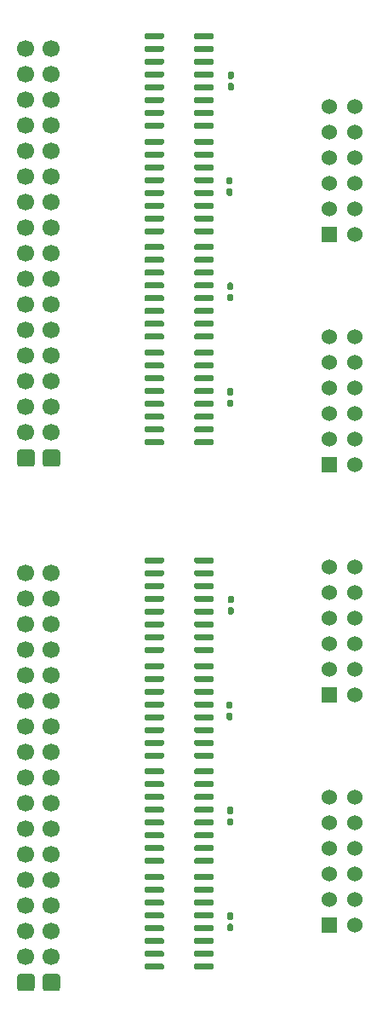
<source format=gbr>
%TF.GenerationSoftware,KiCad,Pcbnew,9.0.0-9.0.0-2~ubuntu24.04.1*%
%TF.CreationDate,2025-03-20T00:33:01-04:00*%
%TF.ProjectId,LVDS-PMOD,4c564453-2d50-44d4-9f44-2e6b69636164,1*%
%TF.SameCoordinates,Original*%
%TF.FileFunction,Soldermask,Top*%
%TF.FilePolarity,Negative*%
%FSLAX46Y46*%
G04 Gerber Fmt 4.6, Leading zero omitted, Abs format (unit mm)*
G04 Created by KiCad (PCBNEW 9.0.0-9.0.0-2~ubuntu24.04.1) date 2025-03-20 00:33:01*
%MOMM*%
%LPD*%
G01*
G04 APERTURE LIST*
%ADD10C,1.700000*%
%ADD11C,1.524000*%
%ADD12R,1.524000X1.524000*%
G04 APERTURE END LIST*
%TO.C,U5*%
G36*
G01*
X54809500Y-91589000D02*
X54809500Y-91289000D01*
G75*
G02*
X54959500Y-91139000I150000J0D01*
G01*
X56609500Y-91139000D01*
G75*
G02*
X56759500Y-91289000I0J-150000D01*
G01*
X56759500Y-91589000D01*
G75*
G02*
X56609500Y-91739000I-150000J0D01*
G01*
X54959500Y-91739000D01*
G75*
G02*
X54809500Y-91589000I0J150000D01*
G01*
G37*
G36*
G01*
X54809500Y-92859000D02*
X54809500Y-92559000D01*
G75*
G02*
X54959500Y-92409000I150000J0D01*
G01*
X56609500Y-92409000D01*
G75*
G02*
X56759500Y-92559000I0J-150000D01*
G01*
X56759500Y-92859000D01*
G75*
G02*
X56609500Y-93009000I-150000J0D01*
G01*
X54959500Y-93009000D01*
G75*
G02*
X54809500Y-92859000I0J150000D01*
G01*
G37*
G36*
G01*
X54809500Y-94129000D02*
X54809500Y-93829000D01*
G75*
G02*
X54959500Y-93679000I150000J0D01*
G01*
X56609500Y-93679000D01*
G75*
G02*
X56759500Y-93829000I0J-150000D01*
G01*
X56759500Y-94129000D01*
G75*
G02*
X56609500Y-94279000I-150000J0D01*
G01*
X54959500Y-94279000D01*
G75*
G02*
X54809500Y-94129000I0J150000D01*
G01*
G37*
G36*
G01*
X54809500Y-95399000D02*
X54809500Y-95099000D01*
G75*
G02*
X54959500Y-94949000I150000J0D01*
G01*
X56609500Y-94949000D01*
G75*
G02*
X56759500Y-95099000I0J-150000D01*
G01*
X56759500Y-95399000D01*
G75*
G02*
X56609500Y-95549000I-150000J0D01*
G01*
X54959500Y-95549000D01*
G75*
G02*
X54809500Y-95399000I0J150000D01*
G01*
G37*
G36*
G01*
X54809500Y-96669000D02*
X54809500Y-96369000D01*
G75*
G02*
X54959500Y-96219000I150000J0D01*
G01*
X56609500Y-96219000D01*
G75*
G02*
X56759500Y-96369000I0J-150000D01*
G01*
X56759500Y-96669000D01*
G75*
G02*
X56609500Y-96819000I-150000J0D01*
G01*
X54959500Y-96819000D01*
G75*
G02*
X54809500Y-96669000I0J150000D01*
G01*
G37*
G36*
G01*
X54809500Y-97939000D02*
X54809500Y-97639000D01*
G75*
G02*
X54959500Y-97489000I150000J0D01*
G01*
X56609500Y-97489000D01*
G75*
G02*
X56759500Y-97639000I0J-150000D01*
G01*
X56759500Y-97939000D01*
G75*
G02*
X56609500Y-98089000I-150000J0D01*
G01*
X54959500Y-98089000D01*
G75*
G02*
X54809500Y-97939000I0J150000D01*
G01*
G37*
G36*
G01*
X54809500Y-99209000D02*
X54809500Y-98909000D01*
G75*
G02*
X54959500Y-98759000I150000J0D01*
G01*
X56609500Y-98759000D01*
G75*
G02*
X56759500Y-98909000I0J-150000D01*
G01*
X56759500Y-99209000D01*
G75*
G02*
X56609500Y-99359000I-150000J0D01*
G01*
X54959500Y-99359000D01*
G75*
G02*
X54809500Y-99209000I0J150000D01*
G01*
G37*
G36*
G01*
X54809500Y-100479000D02*
X54809500Y-100179000D01*
G75*
G02*
X54959500Y-100029000I150000J0D01*
G01*
X56609500Y-100029000D01*
G75*
G02*
X56759500Y-100179000I0J-150000D01*
G01*
X56759500Y-100479000D01*
G75*
G02*
X56609500Y-100629000I-150000J0D01*
G01*
X54959500Y-100629000D01*
G75*
G02*
X54809500Y-100479000I0J150000D01*
G01*
G37*
G36*
G01*
X49859500Y-100479000D02*
X49859500Y-100179000D01*
G75*
G02*
X50009500Y-100029000I150000J0D01*
G01*
X51659500Y-100029000D01*
G75*
G02*
X51809500Y-100179000I0J-150000D01*
G01*
X51809500Y-100479000D01*
G75*
G02*
X51659500Y-100629000I-150000J0D01*
G01*
X50009500Y-100629000D01*
G75*
G02*
X49859500Y-100479000I0J150000D01*
G01*
G37*
G36*
G01*
X49859500Y-99209000D02*
X49859500Y-98909000D01*
G75*
G02*
X50009500Y-98759000I150000J0D01*
G01*
X51659500Y-98759000D01*
G75*
G02*
X51809500Y-98909000I0J-150000D01*
G01*
X51809500Y-99209000D01*
G75*
G02*
X51659500Y-99359000I-150000J0D01*
G01*
X50009500Y-99359000D01*
G75*
G02*
X49859500Y-99209000I0J150000D01*
G01*
G37*
G36*
G01*
X49859500Y-97939000D02*
X49859500Y-97639000D01*
G75*
G02*
X50009500Y-97489000I150000J0D01*
G01*
X51659500Y-97489000D01*
G75*
G02*
X51809500Y-97639000I0J-150000D01*
G01*
X51809500Y-97939000D01*
G75*
G02*
X51659500Y-98089000I-150000J0D01*
G01*
X50009500Y-98089000D01*
G75*
G02*
X49859500Y-97939000I0J150000D01*
G01*
G37*
G36*
G01*
X49859500Y-96669000D02*
X49859500Y-96369000D01*
G75*
G02*
X50009500Y-96219000I150000J0D01*
G01*
X51659500Y-96219000D01*
G75*
G02*
X51809500Y-96369000I0J-150000D01*
G01*
X51809500Y-96669000D01*
G75*
G02*
X51659500Y-96819000I-150000J0D01*
G01*
X50009500Y-96819000D01*
G75*
G02*
X49859500Y-96669000I0J150000D01*
G01*
G37*
G36*
G01*
X49859500Y-95399000D02*
X49859500Y-95099000D01*
G75*
G02*
X50009500Y-94949000I150000J0D01*
G01*
X51659500Y-94949000D01*
G75*
G02*
X51809500Y-95099000I0J-150000D01*
G01*
X51809500Y-95399000D01*
G75*
G02*
X51659500Y-95549000I-150000J0D01*
G01*
X50009500Y-95549000D01*
G75*
G02*
X49859500Y-95399000I0J150000D01*
G01*
G37*
G36*
G01*
X49859500Y-94129000D02*
X49859500Y-93829000D01*
G75*
G02*
X50009500Y-93679000I150000J0D01*
G01*
X51659500Y-93679000D01*
G75*
G02*
X51809500Y-93829000I0J-150000D01*
G01*
X51809500Y-94129000D01*
G75*
G02*
X51659500Y-94279000I-150000J0D01*
G01*
X50009500Y-94279000D01*
G75*
G02*
X49859500Y-94129000I0J150000D01*
G01*
G37*
G36*
G01*
X49859500Y-92859000D02*
X49859500Y-92559000D01*
G75*
G02*
X50009500Y-92409000I150000J0D01*
G01*
X51659500Y-92409000D01*
G75*
G02*
X51809500Y-92559000I0J-150000D01*
G01*
X51809500Y-92859000D01*
G75*
G02*
X51659500Y-93009000I-150000J0D01*
G01*
X50009500Y-93009000D01*
G75*
G02*
X49859500Y-92859000I0J150000D01*
G01*
G37*
G36*
G01*
X49859500Y-91589000D02*
X49859500Y-91289000D01*
G75*
G02*
X50009500Y-91139000I150000J0D01*
G01*
X51659500Y-91139000D01*
G75*
G02*
X51809500Y-91289000I0J-150000D01*
G01*
X51809500Y-91589000D01*
G75*
G02*
X51659500Y-91739000I-150000J0D01*
G01*
X50009500Y-91739000D01*
G75*
G02*
X49859500Y-91589000I0J150000D01*
G01*
G37*
%TD*%
%TO.C,U8*%
G36*
G01*
X54809500Y-123021500D02*
X54809500Y-122721500D01*
G75*
G02*
X54959500Y-122571500I150000J0D01*
G01*
X56609500Y-122571500D01*
G75*
G02*
X56759500Y-122721500I0J-150000D01*
G01*
X56759500Y-123021500D01*
G75*
G02*
X56609500Y-123171500I-150000J0D01*
G01*
X54959500Y-123171500D01*
G75*
G02*
X54809500Y-123021500I0J150000D01*
G01*
G37*
G36*
G01*
X54809500Y-124291500D02*
X54809500Y-123991500D01*
G75*
G02*
X54959500Y-123841500I150000J0D01*
G01*
X56609500Y-123841500D01*
G75*
G02*
X56759500Y-123991500I0J-150000D01*
G01*
X56759500Y-124291500D01*
G75*
G02*
X56609500Y-124441500I-150000J0D01*
G01*
X54959500Y-124441500D01*
G75*
G02*
X54809500Y-124291500I0J150000D01*
G01*
G37*
G36*
G01*
X54809500Y-125561500D02*
X54809500Y-125261500D01*
G75*
G02*
X54959500Y-125111500I150000J0D01*
G01*
X56609500Y-125111500D01*
G75*
G02*
X56759500Y-125261500I0J-150000D01*
G01*
X56759500Y-125561500D01*
G75*
G02*
X56609500Y-125711500I-150000J0D01*
G01*
X54959500Y-125711500D01*
G75*
G02*
X54809500Y-125561500I0J150000D01*
G01*
G37*
G36*
G01*
X54809500Y-126831500D02*
X54809500Y-126531500D01*
G75*
G02*
X54959500Y-126381500I150000J0D01*
G01*
X56609500Y-126381500D01*
G75*
G02*
X56759500Y-126531500I0J-150000D01*
G01*
X56759500Y-126831500D01*
G75*
G02*
X56609500Y-126981500I-150000J0D01*
G01*
X54959500Y-126981500D01*
G75*
G02*
X54809500Y-126831500I0J150000D01*
G01*
G37*
G36*
G01*
X54809500Y-128101500D02*
X54809500Y-127801500D01*
G75*
G02*
X54959500Y-127651500I150000J0D01*
G01*
X56609500Y-127651500D01*
G75*
G02*
X56759500Y-127801500I0J-150000D01*
G01*
X56759500Y-128101500D01*
G75*
G02*
X56609500Y-128251500I-150000J0D01*
G01*
X54959500Y-128251500D01*
G75*
G02*
X54809500Y-128101500I0J150000D01*
G01*
G37*
G36*
G01*
X54809500Y-129371500D02*
X54809500Y-129071500D01*
G75*
G02*
X54959500Y-128921500I150000J0D01*
G01*
X56609500Y-128921500D01*
G75*
G02*
X56759500Y-129071500I0J-150000D01*
G01*
X56759500Y-129371500D01*
G75*
G02*
X56609500Y-129521500I-150000J0D01*
G01*
X54959500Y-129521500D01*
G75*
G02*
X54809500Y-129371500I0J150000D01*
G01*
G37*
G36*
G01*
X54809500Y-130641500D02*
X54809500Y-130341500D01*
G75*
G02*
X54959500Y-130191500I150000J0D01*
G01*
X56609500Y-130191500D01*
G75*
G02*
X56759500Y-130341500I0J-150000D01*
G01*
X56759500Y-130641500D01*
G75*
G02*
X56609500Y-130791500I-150000J0D01*
G01*
X54959500Y-130791500D01*
G75*
G02*
X54809500Y-130641500I0J150000D01*
G01*
G37*
G36*
G01*
X54809500Y-131911500D02*
X54809500Y-131611500D01*
G75*
G02*
X54959500Y-131461500I150000J0D01*
G01*
X56609500Y-131461500D01*
G75*
G02*
X56759500Y-131611500I0J-150000D01*
G01*
X56759500Y-131911500D01*
G75*
G02*
X56609500Y-132061500I-150000J0D01*
G01*
X54959500Y-132061500D01*
G75*
G02*
X54809500Y-131911500I0J150000D01*
G01*
G37*
G36*
G01*
X49859500Y-131911500D02*
X49859500Y-131611500D01*
G75*
G02*
X50009500Y-131461500I150000J0D01*
G01*
X51659500Y-131461500D01*
G75*
G02*
X51809500Y-131611500I0J-150000D01*
G01*
X51809500Y-131911500D01*
G75*
G02*
X51659500Y-132061500I-150000J0D01*
G01*
X50009500Y-132061500D01*
G75*
G02*
X49859500Y-131911500I0J150000D01*
G01*
G37*
G36*
G01*
X49859500Y-130641500D02*
X49859500Y-130341500D01*
G75*
G02*
X50009500Y-130191500I150000J0D01*
G01*
X51659500Y-130191500D01*
G75*
G02*
X51809500Y-130341500I0J-150000D01*
G01*
X51809500Y-130641500D01*
G75*
G02*
X51659500Y-130791500I-150000J0D01*
G01*
X50009500Y-130791500D01*
G75*
G02*
X49859500Y-130641500I0J150000D01*
G01*
G37*
G36*
G01*
X49859500Y-129371500D02*
X49859500Y-129071500D01*
G75*
G02*
X50009500Y-128921500I150000J0D01*
G01*
X51659500Y-128921500D01*
G75*
G02*
X51809500Y-129071500I0J-150000D01*
G01*
X51809500Y-129371500D01*
G75*
G02*
X51659500Y-129521500I-150000J0D01*
G01*
X50009500Y-129521500D01*
G75*
G02*
X49859500Y-129371500I0J150000D01*
G01*
G37*
G36*
G01*
X49859500Y-128101500D02*
X49859500Y-127801500D01*
G75*
G02*
X50009500Y-127651500I150000J0D01*
G01*
X51659500Y-127651500D01*
G75*
G02*
X51809500Y-127801500I0J-150000D01*
G01*
X51809500Y-128101500D01*
G75*
G02*
X51659500Y-128251500I-150000J0D01*
G01*
X50009500Y-128251500D01*
G75*
G02*
X49859500Y-128101500I0J150000D01*
G01*
G37*
G36*
G01*
X49859500Y-126831500D02*
X49859500Y-126531500D01*
G75*
G02*
X50009500Y-126381500I150000J0D01*
G01*
X51659500Y-126381500D01*
G75*
G02*
X51809500Y-126531500I0J-150000D01*
G01*
X51809500Y-126831500D01*
G75*
G02*
X51659500Y-126981500I-150000J0D01*
G01*
X50009500Y-126981500D01*
G75*
G02*
X49859500Y-126831500I0J150000D01*
G01*
G37*
G36*
G01*
X49859500Y-125561500D02*
X49859500Y-125261500D01*
G75*
G02*
X50009500Y-125111500I150000J0D01*
G01*
X51659500Y-125111500D01*
G75*
G02*
X51809500Y-125261500I0J-150000D01*
G01*
X51809500Y-125561500D01*
G75*
G02*
X51659500Y-125711500I-150000J0D01*
G01*
X50009500Y-125711500D01*
G75*
G02*
X49859500Y-125561500I0J150000D01*
G01*
G37*
G36*
G01*
X49859500Y-124291500D02*
X49859500Y-123991500D01*
G75*
G02*
X50009500Y-123841500I150000J0D01*
G01*
X51659500Y-123841500D01*
G75*
G02*
X51809500Y-123991500I0J-150000D01*
G01*
X51809500Y-124291500D01*
G75*
G02*
X51659500Y-124441500I-150000J0D01*
G01*
X50009500Y-124441500D01*
G75*
G02*
X49859500Y-124291500I0J150000D01*
G01*
G37*
G36*
G01*
X49859500Y-123021500D02*
X49859500Y-122721500D01*
G75*
G02*
X50009500Y-122571500I150000J0D01*
G01*
X51659500Y-122571500D01*
G75*
G02*
X51809500Y-122721500I0J-150000D01*
G01*
X51809500Y-123021500D01*
G75*
G02*
X51659500Y-123171500I-150000J0D01*
G01*
X50009500Y-123171500D01*
G75*
G02*
X49859500Y-123021500I0J150000D01*
G01*
G37*
%TD*%
D10*
%TO.C,J2*%
X40609500Y-92709000D03*
X40609500Y-95249000D03*
X40609500Y-97789000D03*
X40609500Y-100329000D03*
X40609500Y-102869000D03*
X40609500Y-105409000D03*
X40609500Y-107949000D03*
X40609500Y-110489000D03*
X40609500Y-113029000D03*
X40609500Y-115569000D03*
X40609500Y-118109000D03*
X40609500Y-120649000D03*
X40609500Y-123189000D03*
X40609500Y-125729000D03*
X40609500Y-128269000D03*
X40609500Y-130809000D03*
G36*
G01*
X39759500Y-133949000D02*
X39759500Y-132749000D01*
G75*
G02*
X40009500Y-132499000I250000J0D01*
G01*
X41209500Y-132499000D01*
G75*
G02*
X41459500Y-132749000I0J-250000D01*
G01*
X41459500Y-133949000D01*
G75*
G02*
X41209500Y-134199000I-250000J0D01*
G01*
X40009500Y-134199000D01*
G75*
G02*
X39759500Y-133949000I0J250000D01*
G01*
G37*
G36*
G01*
X37219500Y-133949000D02*
X37219500Y-132749000D01*
G75*
G02*
X37469500Y-132499000I250000J0D01*
G01*
X38669500Y-132499000D01*
G75*
G02*
X38919500Y-132749000I0J-250000D01*
G01*
X38919500Y-133949000D01*
G75*
G02*
X38669500Y-134199000I-250000J0D01*
G01*
X37469500Y-134199000D01*
G75*
G02*
X37219500Y-133949000I0J250000D01*
G01*
G37*
X38069500Y-130809000D03*
X38069500Y-128269000D03*
X38069500Y-125729000D03*
X38069500Y-123189000D03*
X38069500Y-120649000D03*
X38069500Y-118109000D03*
X38069500Y-115569000D03*
X38069500Y-113029000D03*
X38069500Y-110489000D03*
X38069500Y-107949000D03*
X38069500Y-105409000D03*
X38069500Y-102869000D03*
X38069500Y-100329000D03*
X38069500Y-97789000D03*
X38069500Y-95249000D03*
X38069500Y-92709000D03*
%TD*%
%TO.C,C7*%
G36*
G01*
X58234500Y-117039000D02*
X58544500Y-117039000D01*
G75*
G02*
X58699500Y-117194000I0J-155000D01*
G01*
X58699500Y-117619000D01*
G75*
G02*
X58544500Y-117774000I-155000J0D01*
G01*
X58234500Y-117774000D01*
G75*
G02*
X58079500Y-117619000I0J155000D01*
G01*
X58079500Y-117194000D01*
G75*
G02*
X58234500Y-117039000I155000J0D01*
G01*
G37*
G36*
G01*
X58234500Y-115904000D02*
X58544500Y-115904000D01*
G75*
G02*
X58699500Y-116059000I0J-155000D01*
G01*
X58699500Y-116484000D01*
G75*
G02*
X58544500Y-116639000I-155000J0D01*
G01*
X58234500Y-116639000D01*
G75*
G02*
X58079500Y-116484000I0J155000D01*
G01*
X58079500Y-116059000D01*
G75*
G02*
X58234500Y-115904000I155000J0D01*
G01*
G37*
%TD*%
%TO.C,C6*%
G36*
G01*
X58169500Y-106561500D02*
X58479500Y-106561500D01*
G75*
G02*
X58634500Y-106716500I0J-155000D01*
G01*
X58634500Y-107141500D01*
G75*
G02*
X58479500Y-107296500I-155000J0D01*
G01*
X58169500Y-107296500D01*
G75*
G02*
X58014500Y-107141500I0J155000D01*
G01*
X58014500Y-106716500D01*
G75*
G02*
X58169500Y-106561500I155000J0D01*
G01*
G37*
G36*
G01*
X58169500Y-105426500D02*
X58479500Y-105426500D01*
G75*
G02*
X58634500Y-105581500I0J-155000D01*
G01*
X58634500Y-106006500D01*
G75*
G02*
X58479500Y-106161500I-155000J0D01*
G01*
X58169500Y-106161500D01*
G75*
G02*
X58014500Y-106006500I0J155000D01*
G01*
X58014500Y-105581500D01*
G75*
G02*
X58169500Y-105426500I155000J0D01*
G01*
G37*
%TD*%
%TO.C,U7*%
G36*
G01*
X54809500Y-112544000D02*
X54809500Y-112244000D01*
G75*
G02*
X54959500Y-112094000I150000J0D01*
G01*
X56609500Y-112094000D01*
G75*
G02*
X56759500Y-112244000I0J-150000D01*
G01*
X56759500Y-112544000D01*
G75*
G02*
X56609500Y-112694000I-150000J0D01*
G01*
X54959500Y-112694000D01*
G75*
G02*
X54809500Y-112544000I0J150000D01*
G01*
G37*
G36*
G01*
X54809500Y-113814000D02*
X54809500Y-113514000D01*
G75*
G02*
X54959500Y-113364000I150000J0D01*
G01*
X56609500Y-113364000D01*
G75*
G02*
X56759500Y-113514000I0J-150000D01*
G01*
X56759500Y-113814000D01*
G75*
G02*
X56609500Y-113964000I-150000J0D01*
G01*
X54959500Y-113964000D01*
G75*
G02*
X54809500Y-113814000I0J150000D01*
G01*
G37*
G36*
G01*
X54809500Y-115084000D02*
X54809500Y-114784000D01*
G75*
G02*
X54959500Y-114634000I150000J0D01*
G01*
X56609500Y-114634000D01*
G75*
G02*
X56759500Y-114784000I0J-150000D01*
G01*
X56759500Y-115084000D01*
G75*
G02*
X56609500Y-115234000I-150000J0D01*
G01*
X54959500Y-115234000D01*
G75*
G02*
X54809500Y-115084000I0J150000D01*
G01*
G37*
G36*
G01*
X54809500Y-116354000D02*
X54809500Y-116054000D01*
G75*
G02*
X54959500Y-115904000I150000J0D01*
G01*
X56609500Y-115904000D01*
G75*
G02*
X56759500Y-116054000I0J-150000D01*
G01*
X56759500Y-116354000D01*
G75*
G02*
X56609500Y-116504000I-150000J0D01*
G01*
X54959500Y-116504000D01*
G75*
G02*
X54809500Y-116354000I0J150000D01*
G01*
G37*
G36*
G01*
X54809500Y-117624000D02*
X54809500Y-117324000D01*
G75*
G02*
X54959500Y-117174000I150000J0D01*
G01*
X56609500Y-117174000D01*
G75*
G02*
X56759500Y-117324000I0J-150000D01*
G01*
X56759500Y-117624000D01*
G75*
G02*
X56609500Y-117774000I-150000J0D01*
G01*
X54959500Y-117774000D01*
G75*
G02*
X54809500Y-117624000I0J150000D01*
G01*
G37*
G36*
G01*
X54809500Y-118894000D02*
X54809500Y-118594000D01*
G75*
G02*
X54959500Y-118444000I150000J0D01*
G01*
X56609500Y-118444000D01*
G75*
G02*
X56759500Y-118594000I0J-150000D01*
G01*
X56759500Y-118894000D01*
G75*
G02*
X56609500Y-119044000I-150000J0D01*
G01*
X54959500Y-119044000D01*
G75*
G02*
X54809500Y-118894000I0J150000D01*
G01*
G37*
G36*
G01*
X54809500Y-120164000D02*
X54809500Y-119864000D01*
G75*
G02*
X54959500Y-119714000I150000J0D01*
G01*
X56609500Y-119714000D01*
G75*
G02*
X56759500Y-119864000I0J-150000D01*
G01*
X56759500Y-120164000D01*
G75*
G02*
X56609500Y-120314000I-150000J0D01*
G01*
X54959500Y-120314000D01*
G75*
G02*
X54809500Y-120164000I0J150000D01*
G01*
G37*
G36*
G01*
X54809500Y-121434000D02*
X54809500Y-121134000D01*
G75*
G02*
X54959500Y-120984000I150000J0D01*
G01*
X56609500Y-120984000D01*
G75*
G02*
X56759500Y-121134000I0J-150000D01*
G01*
X56759500Y-121434000D01*
G75*
G02*
X56609500Y-121584000I-150000J0D01*
G01*
X54959500Y-121584000D01*
G75*
G02*
X54809500Y-121434000I0J150000D01*
G01*
G37*
G36*
G01*
X49859500Y-121434000D02*
X49859500Y-121134000D01*
G75*
G02*
X50009500Y-120984000I150000J0D01*
G01*
X51659500Y-120984000D01*
G75*
G02*
X51809500Y-121134000I0J-150000D01*
G01*
X51809500Y-121434000D01*
G75*
G02*
X51659500Y-121584000I-150000J0D01*
G01*
X50009500Y-121584000D01*
G75*
G02*
X49859500Y-121434000I0J150000D01*
G01*
G37*
G36*
G01*
X49859500Y-120164000D02*
X49859500Y-119864000D01*
G75*
G02*
X50009500Y-119714000I150000J0D01*
G01*
X51659500Y-119714000D01*
G75*
G02*
X51809500Y-119864000I0J-150000D01*
G01*
X51809500Y-120164000D01*
G75*
G02*
X51659500Y-120314000I-150000J0D01*
G01*
X50009500Y-120314000D01*
G75*
G02*
X49859500Y-120164000I0J150000D01*
G01*
G37*
G36*
G01*
X49859500Y-118894000D02*
X49859500Y-118594000D01*
G75*
G02*
X50009500Y-118444000I150000J0D01*
G01*
X51659500Y-118444000D01*
G75*
G02*
X51809500Y-118594000I0J-150000D01*
G01*
X51809500Y-118894000D01*
G75*
G02*
X51659500Y-119044000I-150000J0D01*
G01*
X50009500Y-119044000D01*
G75*
G02*
X49859500Y-118894000I0J150000D01*
G01*
G37*
G36*
G01*
X49859500Y-117624000D02*
X49859500Y-117324000D01*
G75*
G02*
X50009500Y-117174000I150000J0D01*
G01*
X51659500Y-117174000D01*
G75*
G02*
X51809500Y-117324000I0J-150000D01*
G01*
X51809500Y-117624000D01*
G75*
G02*
X51659500Y-117774000I-150000J0D01*
G01*
X50009500Y-117774000D01*
G75*
G02*
X49859500Y-117624000I0J150000D01*
G01*
G37*
G36*
G01*
X49859500Y-116354000D02*
X49859500Y-116054000D01*
G75*
G02*
X50009500Y-115904000I150000J0D01*
G01*
X51659500Y-115904000D01*
G75*
G02*
X51809500Y-116054000I0J-150000D01*
G01*
X51809500Y-116354000D01*
G75*
G02*
X51659500Y-116504000I-150000J0D01*
G01*
X50009500Y-116504000D01*
G75*
G02*
X49859500Y-116354000I0J150000D01*
G01*
G37*
G36*
G01*
X49859500Y-115084000D02*
X49859500Y-114784000D01*
G75*
G02*
X50009500Y-114634000I150000J0D01*
G01*
X51659500Y-114634000D01*
G75*
G02*
X51809500Y-114784000I0J-150000D01*
G01*
X51809500Y-115084000D01*
G75*
G02*
X51659500Y-115234000I-150000J0D01*
G01*
X50009500Y-115234000D01*
G75*
G02*
X49859500Y-115084000I0J150000D01*
G01*
G37*
G36*
G01*
X49859500Y-113814000D02*
X49859500Y-113514000D01*
G75*
G02*
X50009500Y-113364000I150000J0D01*
G01*
X51659500Y-113364000D01*
G75*
G02*
X51809500Y-113514000I0J-150000D01*
G01*
X51809500Y-113814000D01*
G75*
G02*
X51659500Y-113964000I-150000J0D01*
G01*
X50009500Y-113964000D01*
G75*
G02*
X49859500Y-113814000I0J150000D01*
G01*
G37*
G36*
G01*
X49859500Y-112544000D02*
X49859500Y-112244000D01*
G75*
G02*
X50009500Y-112094000I150000J0D01*
G01*
X51659500Y-112094000D01*
G75*
G02*
X51809500Y-112244000I0J-150000D01*
G01*
X51809500Y-112544000D01*
G75*
G02*
X51659500Y-112694000I-150000J0D01*
G01*
X50009500Y-112694000D01*
G75*
G02*
X49859500Y-112544000I0J150000D01*
G01*
G37*
%TD*%
%TO.C,C8*%
G36*
G01*
X58234500Y-127516500D02*
X58544500Y-127516500D01*
G75*
G02*
X58699500Y-127671500I0J-155000D01*
G01*
X58699500Y-128096500D01*
G75*
G02*
X58544500Y-128251500I-155000J0D01*
G01*
X58234500Y-128251500D01*
G75*
G02*
X58079500Y-128096500I0J155000D01*
G01*
X58079500Y-127671500D01*
G75*
G02*
X58234500Y-127516500I155000J0D01*
G01*
G37*
G36*
G01*
X58234500Y-126381500D02*
X58544500Y-126381500D01*
G75*
G02*
X58699500Y-126536500I0J-155000D01*
G01*
X58699500Y-126961500D01*
G75*
G02*
X58544500Y-127116500I-155000J0D01*
G01*
X58234500Y-127116500D01*
G75*
G02*
X58079500Y-126961500I0J155000D01*
G01*
X58079500Y-126536500D01*
G75*
G02*
X58234500Y-126381500I155000J0D01*
G01*
G37*
%TD*%
%TO.C,U6*%
G36*
G01*
X54809500Y-102066500D02*
X54809500Y-101766500D01*
G75*
G02*
X54959500Y-101616500I150000J0D01*
G01*
X56609500Y-101616500D01*
G75*
G02*
X56759500Y-101766500I0J-150000D01*
G01*
X56759500Y-102066500D01*
G75*
G02*
X56609500Y-102216500I-150000J0D01*
G01*
X54959500Y-102216500D01*
G75*
G02*
X54809500Y-102066500I0J150000D01*
G01*
G37*
G36*
G01*
X54809500Y-103336500D02*
X54809500Y-103036500D01*
G75*
G02*
X54959500Y-102886500I150000J0D01*
G01*
X56609500Y-102886500D01*
G75*
G02*
X56759500Y-103036500I0J-150000D01*
G01*
X56759500Y-103336500D01*
G75*
G02*
X56609500Y-103486500I-150000J0D01*
G01*
X54959500Y-103486500D01*
G75*
G02*
X54809500Y-103336500I0J150000D01*
G01*
G37*
G36*
G01*
X54809500Y-104606500D02*
X54809500Y-104306500D01*
G75*
G02*
X54959500Y-104156500I150000J0D01*
G01*
X56609500Y-104156500D01*
G75*
G02*
X56759500Y-104306500I0J-150000D01*
G01*
X56759500Y-104606500D01*
G75*
G02*
X56609500Y-104756500I-150000J0D01*
G01*
X54959500Y-104756500D01*
G75*
G02*
X54809500Y-104606500I0J150000D01*
G01*
G37*
G36*
G01*
X54809500Y-105876500D02*
X54809500Y-105576500D01*
G75*
G02*
X54959500Y-105426500I150000J0D01*
G01*
X56609500Y-105426500D01*
G75*
G02*
X56759500Y-105576500I0J-150000D01*
G01*
X56759500Y-105876500D01*
G75*
G02*
X56609500Y-106026500I-150000J0D01*
G01*
X54959500Y-106026500D01*
G75*
G02*
X54809500Y-105876500I0J150000D01*
G01*
G37*
G36*
G01*
X54809500Y-107146500D02*
X54809500Y-106846500D01*
G75*
G02*
X54959500Y-106696500I150000J0D01*
G01*
X56609500Y-106696500D01*
G75*
G02*
X56759500Y-106846500I0J-150000D01*
G01*
X56759500Y-107146500D01*
G75*
G02*
X56609500Y-107296500I-150000J0D01*
G01*
X54959500Y-107296500D01*
G75*
G02*
X54809500Y-107146500I0J150000D01*
G01*
G37*
G36*
G01*
X54809500Y-108416500D02*
X54809500Y-108116500D01*
G75*
G02*
X54959500Y-107966500I150000J0D01*
G01*
X56609500Y-107966500D01*
G75*
G02*
X56759500Y-108116500I0J-150000D01*
G01*
X56759500Y-108416500D01*
G75*
G02*
X56609500Y-108566500I-150000J0D01*
G01*
X54959500Y-108566500D01*
G75*
G02*
X54809500Y-108416500I0J150000D01*
G01*
G37*
G36*
G01*
X54809500Y-109686500D02*
X54809500Y-109386500D01*
G75*
G02*
X54959500Y-109236500I150000J0D01*
G01*
X56609500Y-109236500D01*
G75*
G02*
X56759500Y-109386500I0J-150000D01*
G01*
X56759500Y-109686500D01*
G75*
G02*
X56609500Y-109836500I-150000J0D01*
G01*
X54959500Y-109836500D01*
G75*
G02*
X54809500Y-109686500I0J150000D01*
G01*
G37*
G36*
G01*
X54809500Y-110956500D02*
X54809500Y-110656500D01*
G75*
G02*
X54959500Y-110506500I150000J0D01*
G01*
X56609500Y-110506500D01*
G75*
G02*
X56759500Y-110656500I0J-150000D01*
G01*
X56759500Y-110956500D01*
G75*
G02*
X56609500Y-111106500I-150000J0D01*
G01*
X54959500Y-111106500D01*
G75*
G02*
X54809500Y-110956500I0J150000D01*
G01*
G37*
G36*
G01*
X49859500Y-110956500D02*
X49859500Y-110656500D01*
G75*
G02*
X50009500Y-110506500I150000J0D01*
G01*
X51659500Y-110506500D01*
G75*
G02*
X51809500Y-110656500I0J-150000D01*
G01*
X51809500Y-110956500D01*
G75*
G02*
X51659500Y-111106500I-150000J0D01*
G01*
X50009500Y-111106500D01*
G75*
G02*
X49859500Y-110956500I0J150000D01*
G01*
G37*
G36*
G01*
X49859500Y-109686500D02*
X49859500Y-109386500D01*
G75*
G02*
X50009500Y-109236500I150000J0D01*
G01*
X51659500Y-109236500D01*
G75*
G02*
X51809500Y-109386500I0J-150000D01*
G01*
X51809500Y-109686500D01*
G75*
G02*
X51659500Y-109836500I-150000J0D01*
G01*
X50009500Y-109836500D01*
G75*
G02*
X49859500Y-109686500I0J150000D01*
G01*
G37*
G36*
G01*
X49859500Y-108416500D02*
X49859500Y-108116500D01*
G75*
G02*
X50009500Y-107966500I150000J0D01*
G01*
X51659500Y-107966500D01*
G75*
G02*
X51809500Y-108116500I0J-150000D01*
G01*
X51809500Y-108416500D01*
G75*
G02*
X51659500Y-108566500I-150000J0D01*
G01*
X50009500Y-108566500D01*
G75*
G02*
X49859500Y-108416500I0J150000D01*
G01*
G37*
G36*
G01*
X49859500Y-107146500D02*
X49859500Y-106846500D01*
G75*
G02*
X50009500Y-106696500I150000J0D01*
G01*
X51659500Y-106696500D01*
G75*
G02*
X51809500Y-106846500I0J-150000D01*
G01*
X51809500Y-107146500D01*
G75*
G02*
X51659500Y-107296500I-150000J0D01*
G01*
X50009500Y-107296500D01*
G75*
G02*
X49859500Y-107146500I0J150000D01*
G01*
G37*
G36*
G01*
X49859500Y-105876500D02*
X49859500Y-105576500D01*
G75*
G02*
X50009500Y-105426500I150000J0D01*
G01*
X51659500Y-105426500D01*
G75*
G02*
X51809500Y-105576500I0J-150000D01*
G01*
X51809500Y-105876500D01*
G75*
G02*
X51659500Y-106026500I-150000J0D01*
G01*
X50009500Y-106026500D01*
G75*
G02*
X49859500Y-105876500I0J150000D01*
G01*
G37*
G36*
G01*
X49859500Y-104606500D02*
X49859500Y-104306500D01*
G75*
G02*
X50009500Y-104156500I150000J0D01*
G01*
X51659500Y-104156500D01*
G75*
G02*
X51809500Y-104306500I0J-150000D01*
G01*
X51809500Y-104606500D01*
G75*
G02*
X51659500Y-104756500I-150000J0D01*
G01*
X50009500Y-104756500D01*
G75*
G02*
X49859500Y-104606500I0J150000D01*
G01*
G37*
G36*
G01*
X49859500Y-103336500D02*
X49859500Y-103036500D01*
G75*
G02*
X50009500Y-102886500I150000J0D01*
G01*
X51659500Y-102886500D01*
G75*
G02*
X51809500Y-103036500I0J-150000D01*
G01*
X51809500Y-103336500D01*
G75*
G02*
X51659500Y-103486500I-150000J0D01*
G01*
X50009500Y-103486500D01*
G75*
G02*
X49859500Y-103336500I0J150000D01*
G01*
G37*
G36*
G01*
X49859500Y-102066500D02*
X49859500Y-101766500D01*
G75*
G02*
X50009500Y-101616500I150000J0D01*
G01*
X51659500Y-101616500D01*
G75*
G02*
X51809500Y-101766500I0J-150000D01*
G01*
X51809500Y-102066500D01*
G75*
G02*
X51659500Y-102216500I-150000J0D01*
G01*
X50009500Y-102216500D01*
G75*
G02*
X49859500Y-102066500I0J150000D01*
G01*
G37*
%TD*%
%TO.C,C5*%
G36*
G01*
X58299500Y-96084000D02*
X58609500Y-96084000D01*
G75*
G02*
X58764500Y-96239000I0J-155000D01*
G01*
X58764500Y-96664000D01*
G75*
G02*
X58609500Y-96819000I-155000J0D01*
G01*
X58299500Y-96819000D01*
G75*
G02*
X58144500Y-96664000I0J155000D01*
G01*
X58144500Y-96239000D01*
G75*
G02*
X58299500Y-96084000I155000J0D01*
G01*
G37*
G36*
G01*
X58299500Y-94949000D02*
X58609500Y-94949000D01*
G75*
G02*
X58764500Y-95104000I0J-155000D01*
G01*
X58764500Y-95529000D01*
G75*
G02*
X58609500Y-95684000I-155000J0D01*
G01*
X58299500Y-95684000D01*
G75*
G02*
X58144500Y-95529000I0J155000D01*
G01*
X58144500Y-95104000D01*
G75*
G02*
X58299500Y-94949000I155000J0D01*
G01*
G37*
%TD*%
%TO.C,J1*%
X38069500Y-40650000D03*
X38069500Y-43190000D03*
X38069500Y-45730000D03*
X38069500Y-48270000D03*
X38069500Y-50810000D03*
X38069500Y-53350000D03*
X38069500Y-55890000D03*
X38069500Y-58430000D03*
X38069500Y-60970000D03*
X38069500Y-63510000D03*
X38069500Y-66050000D03*
X38069500Y-68590000D03*
X38069500Y-71130000D03*
X38069500Y-73670000D03*
X38069500Y-76210000D03*
X38069500Y-78750000D03*
G36*
G01*
X37219500Y-81890000D02*
X37219500Y-80690000D01*
G75*
G02*
X37469500Y-80440000I250000J0D01*
G01*
X38669500Y-80440000D01*
G75*
G02*
X38919500Y-80690000I0J-250000D01*
G01*
X38919500Y-81890000D01*
G75*
G02*
X38669500Y-82140000I-250000J0D01*
G01*
X37469500Y-82140000D01*
G75*
G02*
X37219500Y-81890000I0J250000D01*
G01*
G37*
G36*
G01*
X39759500Y-81890000D02*
X39759500Y-80690000D01*
G75*
G02*
X40009500Y-80440000I250000J0D01*
G01*
X41209500Y-80440000D01*
G75*
G02*
X41459500Y-80690000I0J-250000D01*
G01*
X41459500Y-81890000D01*
G75*
G02*
X41209500Y-82140000I-250000J0D01*
G01*
X40009500Y-82140000D01*
G75*
G02*
X39759500Y-81890000I0J250000D01*
G01*
G37*
X40609500Y-78750000D03*
X40609500Y-76210000D03*
X40609500Y-73670000D03*
X40609500Y-71130000D03*
X40609500Y-68590000D03*
X40609500Y-66050000D03*
X40609500Y-63510000D03*
X40609500Y-60970000D03*
X40609500Y-58430000D03*
X40609500Y-55890000D03*
X40609500Y-53350000D03*
X40609500Y-50810000D03*
X40609500Y-48270000D03*
X40609500Y-45730000D03*
X40609500Y-43190000D03*
X40609500Y-40650000D03*
%TD*%
%TO.C,U1*%
G36*
G01*
X54809500Y-39530000D02*
X54809500Y-39230000D01*
G75*
G02*
X54959500Y-39080000I150000J0D01*
G01*
X56609500Y-39080000D01*
G75*
G02*
X56759500Y-39230000I0J-150000D01*
G01*
X56759500Y-39530000D01*
G75*
G02*
X56609500Y-39680000I-150000J0D01*
G01*
X54959500Y-39680000D01*
G75*
G02*
X54809500Y-39530000I0J150000D01*
G01*
G37*
G36*
G01*
X54809500Y-40800000D02*
X54809500Y-40500000D01*
G75*
G02*
X54959500Y-40350000I150000J0D01*
G01*
X56609500Y-40350000D01*
G75*
G02*
X56759500Y-40500000I0J-150000D01*
G01*
X56759500Y-40800000D01*
G75*
G02*
X56609500Y-40950000I-150000J0D01*
G01*
X54959500Y-40950000D01*
G75*
G02*
X54809500Y-40800000I0J150000D01*
G01*
G37*
G36*
G01*
X54809500Y-42070000D02*
X54809500Y-41770000D01*
G75*
G02*
X54959500Y-41620000I150000J0D01*
G01*
X56609500Y-41620000D01*
G75*
G02*
X56759500Y-41770000I0J-150000D01*
G01*
X56759500Y-42070000D01*
G75*
G02*
X56609500Y-42220000I-150000J0D01*
G01*
X54959500Y-42220000D01*
G75*
G02*
X54809500Y-42070000I0J150000D01*
G01*
G37*
G36*
G01*
X54809500Y-43340000D02*
X54809500Y-43040000D01*
G75*
G02*
X54959500Y-42890000I150000J0D01*
G01*
X56609500Y-42890000D01*
G75*
G02*
X56759500Y-43040000I0J-150000D01*
G01*
X56759500Y-43340000D01*
G75*
G02*
X56609500Y-43490000I-150000J0D01*
G01*
X54959500Y-43490000D01*
G75*
G02*
X54809500Y-43340000I0J150000D01*
G01*
G37*
G36*
G01*
X54809500Y-44610000D02*
X54809500Y-44310000D01*
G75*
G02*
X54959500Y-44160000I150000J0D01*
G01*
X56609500Y-44160000D01*
G75*
G02*
X56759500Y-44310000I0J-150000D01*
G01*
X56759500Y-44610000D01*
G75*
G02*
X56609500Y-44760000I-150000J0D01*
G01*
X54959500Y-44760000D01*
G75*
G02*
X54809500Y-44610000I0J150000D01*
G01*
G37*
G36*
G01*
X54809500Y-45880000D02*
X54809500Y-45580000D01*
G75*
G02*
X54959500Y-45430000I150000J0D01*
G01*
X56609500Y-45430000D01*
G75*
G02*
X56759500Y-45580000I0J-150000D01*
G01*
X56759500Y-45880000D01*
G75*
G02*
X56609500Y-46030000I-150000J0D01*
G01*
X54959500Y-46030000D01*
G75*
G02*
X54809500Y-45880000I0J150000D01*
G01*
G37*
G36*
G01*
X54809500Y-47150000D02*
X54809500Y-46850000D01*
G75*
G02*
X54959500Y-46700000I150000J0D01*
G01*
X56609500Y-46700000D01*
G75*
G02*
X56759500Y-46850000I0J-150000D01*
G01*
X56759500Y-47150000D01*
G75*
G02*
X56609500Y-47300000I-150000J0D01*
G01*
X54959500Y-47300000D01*
G75*
G02*
X54809500Y-47150000I0J150000D01*
G01*
G37*
G36*
G01*
X54809500Y-48420000D02*
X54809500Y-48120000D01*
G75*
G02*
X54959500Y-47970000I150000J0D01*
G01*
X56609500Y-47970000D01*
G75*
G02*
X56759500Y-48120000I0J-150000D01*
G01*
X56759500Y-48420000D01*
G75*
G02*
X56609500Y-48570000I-150000J0D01*
G01*
X54959500Y-48570000D01*
G75*
G02*
X54809500Y-48420000I0J150000D01*
G01*
G37*
G36*
G01*
X49859500Y-48420000D02*
X49859500Y-48120000D01*
G75*
G02*
X50009500Y-47970000I150000J0D01*
G01*
X51659500Y-47970000D01*
G75*
G02*
X51809500Y-48120000I0J-150000D01*
G01*
X51809500Y-48420000D01*
G75*
G02*
X51659500Y-48570000I-150000J0D01*
G01*
X50009500Y-48570000D01*
G75*
G02*
X49859500Y-48420000I0J150000D01*
G01*
G37*
G36*
G01*
X49859500Y-47150000D02*
X49859500Y-46850000D01*
G75*
G02*
X50009500Y-46700000I150000J0D01*
G01*
X51659500Y-46700000D01*
G75*
G02*
X51809500Y-46850000I0J-150000D01*
G01*
X51809500Y-47150000D01*
G75*
G02*
X51659500Y-47300000I-150000J0D01*
G01*
X50009500Y-47300000D01*
G75*
G02*
X49859500Y-47150000I0J150000D01*
G01*
G37*
G36*
G01*
X49859500Y-45880000D02*
X49859500Y-45580000D01*
G75*
G02*
X50009500Y-45430000I150000J0D01*
G01*
X51659500Y-45430000D01*
G75*
G02*
X51809500Y-45580000I0J-150000D01*
G01*
X51809500Y-45880000D01*
G75*
G02*
X51659500Y-46030000I-150000J0D01*
G01*
X50009500Y-46030000D01*
G75*
G02*
X49859500Y-45880000I0J150000D01*
G01*
G37*
G36*
G01*
X49859500Y-44610000D02*
X49859500Y-44310000D01*
G75*
G02*
X50009500Y-44160000I150000J0D01*
G01*
X51659500Y-44160000D01*
G75*
G02*
X51809500Y-44310000I0J-150000D01*
G01*
X51809500Y-44610000D01*
G75*
G02*
X51659500Y-44760000I-150000J0D01*
G01*
X50009500Y-44760000D01*
G75*
G02*
X49859500Y-44610000I0J150000D01*
G01*
G37*
G36*
G01*
X49859500Y-43340000D02*
X49859500Y-43040000D01*
G75*
G02*
X50009500Y-42890000I150000J0D01*
G01*
X51659500Y-42890000D01*
G75*
G02*
X51809500Y-43040000I0J-150000D01*
G01*
X51809500Y-43340000D01*
G75*
G02*
X51659500Y-43490000I-150000J0D01*
G01*
X50009500Y-43490000D01*
G75*
G02*
X49859500Y-43340000I0J150000D01*
G01*
G37*
G36*
G01*
X49859500Y-42070000D02*
X49859500Y-41770000D01*
G75*
G02*
X50009500Y-41620000I150000J0D01*
G01*
X51659500Y-41620000D01*
G75*
G02*
X51809500Y-41770000I0J-150000D01*
G01*
X51809500Y-42070000D01*
G75*
G02*
X51659500Y-42220000I-150000J0D01*
G01*
X50009500Y-42220000D01*
G75*
G02*
X49859500Y-42070000I0J150000D01*
G01*
G37*
G36*
G01*
X49859500Y-40800000D02*
X49859500Y-40500000D01*
G75*
G02*
X50009500Y-40350000I150000J0D01*
G01*
X51659500Y-40350000D01*
G75*
G02*
X51809500Y-40500000I0J-150000D01*
G01*
X51809500Y-40800000D01*
G75*
G02*
X51659500Y-40950000I-150000J0D01*
G01*
X50009500Y-40950000D01*
G75*
G02*
X49859500Y-40800000I0J150000D01*
G01*
G37*
G36*
G01*
X49859500Y-39530000D02*
X49859500Y-39230000D01*
G75*
G02*
X50009500Y-39080000I150000J0D01*
G01*
X51659500Y-39080000D01*
G75*
G02*
X51809500Y-39230000I0J-150000D01*
G01*
X51809500Y-39530000D01*
G75*
G02*
X51659500Y-39680000I-150000J0D01*
G01*
X50009500Y-39680000D01*
G75*
G02*
X49859500Y-39530000I0J150000D01*
G01*
G37*
%TD*%
%TO.C,U4*%
G36*
G01*
X49859500Y-70962500D02*
X49859500Y-70662500D01*
G75*
G02*
X50009500Y-70512500I150000J0D01*
G01*
X51659500Y-70512500D01*
G75*
G02*
X51809500Y-70662500I0J-150000D01*
G01*
X51809500Y-70962500D01*
G75*
G02*
X51659500Y-71112500I-150000J0D01*
G01*
X50009500Y-71112500D01*
G75*
G02*
X49859500Y-70962500I0J150000D01*
G01*
G37*
G36*
G01*
X49859500Y-72232500D02*
X49859500Y-71932500D01*
G75*
G02*
X50009500Y-71782500I150000J0D01*
G01*
X51659500Y-71782500D01*
G75*
G02*
X51809500Y-71932500I0J-150000D01*
G01*
X51809500Y-72232500D01*
G75*
G02*
X51659500Y-72382500I-150000J0D01*
G01*
X50009500Y-72382500D01*
G75*
G02*
X49859500Y-72232500I0J150000D01*
G01*
G37*
G36*
G01*
X49859500Y-73502500D02*
X49859500Y-73202500D01*
G75*
G02*
X50009500Y-73052500I150000J0D01*
G01*
X51659500Y-73052500D01*
G75*
G02*
X51809500Y-73202500I0J-150000D01*
G01*
X51809500Y-73502500D01*
G75*
G02*
X51659500Y-73652500I-150000J0D01*
G01*
X50009500Y-73652500D01*
G75*
G02*
X49859500Y-73502500I0J150000D01*
G01*
G37*
G36*
G01*
X49859500Y-74772500D02*
X49859500Y-74472500D01*
G75*
G02*
X50009500Y-74322500I150000J0D01*
G01*
X51659500Y-74322500D01*
G75*
G02*
X51809500Y-74472500I0J-150000D01*
G01*
X51809500Y-74772500D01*
G75*
G02*
X51659500Y-74922500I-150000J0D01*
G01*
X50009500Y-74922500D01*
G75*
G02*
X49859500Y-74772500I0J150000D01*
G01*
G37*
G36*
G01*
X49859500Y-76042500D02*
X49859500Y-75742500D01*
G75*
G02*
X50009500Y-75592500I150000J0D01*
G01*
X51659500Y-75592500D01*
G75*
G02*
X51809500Y-75742500I0J-150000D01*
G01*
X51809500Y-76042500D01*
G75*
G02*
X51659500Y-76192500I-150000J0D01*
G01*
X50009500Y-76192500D01*
G75*
G02*
X49859500Y-76042500I0J150000D01*
G01*
G37*
G36*
G01*
X49859500Y-77312500D02*
X49859500Y-77012500D01*
G75*
G02*
X50009500Y-76862500I150000J0D01*
G01*
X51659500Y-76862500D01*
G75*
G02*
X51809500Y-77012500I0J-150000D01*
G01*
X51809500Y-77312500D01*
G75*
G02*
X51659500Y-77462500I-150000J0D01*
G01*
X50009500Y-77462500D01*
G75*
G02*
X49859500Y-77312500I0J150000D01*
G01*
G37*
G36*
G01*
X49859500Y-78582500D02*
X49859500Y-78282500D01*
G75*
G02*
X50009500Y-78132500I150000J0D01*
G01*
X51659500Y-78132500D01*
G75*
G02*
X51809500Y-78282500I0J-150000D01*
G01*
X51809500Y-78582500D01*
G75*
G02*
X51659500Y-78732500I-150000J0D01*
G01*
X50009500Y-78732500D01*
G75*
G02*
X49859500Y-78582500I0J150000D01*
G01*
G37*
G36*
G01*
X49859500Y-79852500D02*
X49859500Y-79552500D01*
G75*
G02*
X50009500Y-79402500I150000J0D01*
G01*
X51659500Y-79402500D01*
G75*
G02*
X51809500Y-79552500I0J-150000D01*
G01*
X51809500Y-79852500D01*
G75*
G02*
X51659500Y-80002500I-150000J0D01*
G01*
X50009500Y-80002500D01*
G75*
G02*
X49859500Y-79852500I0J150000D01*
G01*
G37*
G36*
G01*
X54809500Y-79852500D02*
X54809500Y-79552500D01*
G75*
G02*
X54959500Y-79402500I150000J0D01*
G01*
X56609500Y-79402500D01*
G75*
G02*
X56759500Y-79552500I0J-150000D01*
G01*
X56759500Y-79852500D01*
G75*
G02*
X56609500Y-80002500I-150000J0D01*
G01*
X54959500Y-80002500D01*
G75*
G02*
X54809500Y-79852500I0J150000D01*
G01*
G37*
G36*
G01*
X54809500Y-78582500D02*
X54809500Y-78282500D01*
G75*
G02*
X54959500Y-78132500I150000J0D01*
G01*
X56609500Y-78132500D01*
G75*
G02*
X56759500Y-78282500I0J-150000D01*
G01*
X56759500Y-78582500D01*
G75*
G02*
X56609500Y-78732500I-150000J0D01*
G01*
X54959500Y-78732500D01*
G75*
G02*
X54809500Y-78582500I0J150000D01*
G01*
G37*
G36*
G01*
X54809500Y-77312500D02*
X54809500Y-77012500D01*
G75*
G02*
X54959500Y-76862500I150000J0D01*
G01*
X56609500Y-76862500D01*
G75*
G02*
X56759500Y-77012500I0J-150000D01*
G01*
X56759500Y-77312500D01*
G75*
G02*
X56609500Y-77462500I-150000J0D01*
G01*
X54959500Y-77462500D01*
G75*
G02*
X54809500Y-77312500I0J150000D01*
G01*
G37*
G36*
G01*
X54809500Y-76042500D02*
X54809500Y-75742500D01*
G75*
G02*
X54959500Y-75592500I150000J0D01*
G01*
X56609500Y-75592500D01*
G75*
G02*
X56759500Y-75742500I0J-150000D01*
G01*
X56759500Y-76042500D01*
G75*
G02*
X56609500Y-76192500I-150000J0D01*
G01*
X54959500Y-76192500D01*
G75*
G02*
X54809500Y-76042500I0J150000D01*
G01*
G37*
G36*
G01*
X54809500Y-74772500D02*
X54809500Y-74472500D01*
G75*
G02*
X54959500Y-74322500I150000J0D01*
G01*
X56609500Y-74322500D01*
G75*
G02*
X56759500Y-74472500I0J-150000D01*
G01*
X56759500Y-74772500D01*
G75*
G02*
X56609500Y-74922500I-150000J0D01*
G01*
X54959500Y-74922500D01*
G75*
G02*
X54809500Y-74772500I0J150000D01*
G01*
G37*
G36*
G01*
X54809500Y-73502500D02*
X54809500Y-73202500D01*
G75*
G02*
X54959500Y-73052500I150000J0D01*
G01*
X56609500Y-73052500D01*
G75*
G02*
X56759500Y-73202500I0J-150000D01*
G01*
X56759500Y-73502500D01*
G75*
G02*
X56609500Y-73652500I-150000J0D01*
G01*
X54959500Y-73652500D01*
G75*
G02*
X54809500Y-73502500I0J150000D01*
G01*
G37*
G36*
G01*
X54809500Y-72232500D02*
X54809500Y-71932500D01*
G75*
G02*
X54959500Y-71782500I150000J0D01*
G01*
X56609500Y-71782500D01*
G75*
G02*
X56759500Y-71932500I0J-150000D01*
G01*
X56759500Y-72232500D01*
G75*
G02*
X56609500Y-72382500I-150000J0D01*
G01*
X54959500Y-72382500D01*
G75*
G02*
X54809500Y-72232500I0J150000D01*
G01*
G37*
G36*
G01*
X54809500Y-70962500D02*
X54809500Y-70662500D01*
G75*
G02*
X54959500Y-70512500I150000J0D01*
G01*
X56609500Y-70512500D01*
G75*
G02*
X56759500Y-70662500I0J-150000D01*
G01*
X56759500Y-70962500D01*
G75*
G02*
X56609500Y-71112500I-150000J0D01*
G01*
X54959500Y-71112500D01*
G75*
G02*
X54809500Y-70962500I0J150000D01*
G01*
G37*
%TD*%
%TO.C,C4*%
G36*
G01*
X58234500Y-63845000D02*
X58544500Y-63845000D01*
G75*
G02*
X58699500Y-64000000I0J-155000D01*
G01*
X58699500Y-64425000D01*
G75*
G02*
X58544500Y-64580000I-155000J0D01*
G01*
X58234500Y-64580000D01*
G75*
G02*
X58079500Y-64425000I0J155000D01*
G01*
X58079500Y-64000000D01*
G75*
G02*
X58234500Y-63845000I155000J0D01*
G01*
G37*
G36*
G01*
X58234500Y-64980000D02*
X58544500Y-64980000D01*
G75*
G02*
X58699500Y-65135000I0J-155000D01*
G01*
X58699500Y-65560000D01*
G75*
G02*
X58544500Y-65715000I-155000J0D01*
G01*
X58234500Y-65715000D01*
G75*
G02*
X58079500Y-65560000I0J155000D01*
G01*
X58079500Y-65135000D01*
G75*
G02*
X58234500Y-64980000I155000J0D01*
G01*
G37*
%TD*%
%TO.C,C2*%
G36*
G01*
X58169500Y-54502500D02*
X58479500Y-54502500D01*
G75*
G02*
X58634500Y-54657500I0J-155000D01*
G01*
X58634500Y-55082500D01*
G75*
G02*
X58479500Y-55237500I-155000J0D01*
G01*
X58169500Y-55237500D01*
G75*
G02*
X58014500Y-55082500I0J155000D01*
G01*
X58014500Y-54657500D01*
G75*
G02*
X58169500Y-54502500I155000J0D01*
G01*
G37*
G36*
G01*
X58169500Y-53367500D02*
X58479500Y-53367500D01*
G75*
G02*
X58634500Y-53522500I0J-155000D01*
G01*
X58634500Y-53947500D01*
G75*
G02*
X58479500Y-54102500I-155000J0D01*
G01*
X58169500Y-54102500D01*
G75*
G02*
X58014500Y-53947500I0J155000D01*
G01*
X58014500Y-53522500D01*
G75*
G02*
X58169500Y-53367500I155000J0D01*
G01*
G37*
%TD*%
%TO.C,U3*%
G36*
G01*
X49859500Y-60485000D02*
X49859500Y-60185000D01*
G75*
G02*
X50009500Y-60035000I150000J0D01*
G01*
X51659500Y-60035000D01*
G75*
G02*
X51809500Y-60185000I0J-150000D01*
G01*
X51809500Y-60485000D01*
G75*
G02*
X51659500Y-60635000I-150000J0D01*
G01*
X50009500Y-60635000D01*
G75*
G02*
X49859500Y-60485000I0J150000D01*
G01*
G37*
G36*
G01*
X49859500Y-61755000D02*
X49859500Y-61455000D01*
G75*
G02*
X50009500Y-61305000I150000J0D01*
G01*
X51659500Y-61305000D01*
G75*
G02*
X51809500Y-61455000I0J-150000D01*
G01*
X51809500Y-61755000D01*
G75*
G02*
X51659500Y-61905000I-150000J0D01*
G01*
X50009500Y-61905000D01*
G75*
G02*
X49859500Y-61755000I0J150000D01*
G01*
G37*
G36*
G01*
X49859500Y-63025000D02*
X49859500Y-62725000D01*
G75*
G02*
X50009500Y-62575000I150000J0D01*
G01*
X51659500Y-62575000D01*
G75*
G02*
X51809500Y-62725000I0J-150000D01*
G01*
X51809500Y-63025000D01*
G75*
G02*
X51659500Y-63175000I-150000J0D01*
G01*
X50009500Y-63175000D01*
G75*
G02*
X49859500Y-63025000I0J150000D01*
G01*
G37*
G36*
G01*
X49859500Y-64295000D02*
X49859500Y-63995000D01*
G75*
G02*
X50009500Y-63845000I150000J0D01*
G01*
X51659500Y-63845000D01*
G75*
G02*
X51809500Y-63995000I0J-150000D01*
G01*
X51809500Y-64295000D01*
G75*
G02*
X51659500Y-64445000I-150000J0D01*
G01*
X50009500Y-64445000D01*
G75*
G02*
X49859500Y-64295000I0J150000D01*
G01*
G37*
G36*
G01*
X49859500Y-65565000D02*
X49859500Y-65265000D01*
G75*
G02*
X50009500Y-65115000I150000J0D01*
G01*
X51659500Y-65115000D01*
G75*
G02*
X51809500Y-65265000I0J-150000D01*
G01*
X51809500Y-65565000D01*
G75*
G02*
X51659500Y-65715000I-150000J0D01*
G01*
X50009500Y-65715000D01*
G75*
G02*
X49859500Y-65565000I0J150000D01*
G01*
G37*
G36*
G01*
X49859500Y-66835000D02*
X49859500Y-66535000D01*
G75*
G02*
X50009500Y-66385000I150000J0D01*
G01*
X51659500Y-66385000D01*
G75*
G02*
X51809500Y-66535000I0J-150000D01*
G01*
X51809500Y-66835000D01*
G75*
G02*
X51659500Y-66985000I-150000J0D01*
G01*
X50009500Y-66985000D01*
G75*
G02*
X49859500Y-66835000I0J150000D01*
G01*
G37*
G36*
G01*
X49859500Y-68105000D02*
X49859500Y-67805000D01*
G75*
G02*
X50009500Y-67655000I150000J0D01*
G01*
X51659500Y-67655000D01*
G75*
G02*
X51809500Y-67805000I0J-150000D01*
G01*
X51809500Y-68105000D01*
G75*
G02*
X51659500Y-68255000I-150000J0D01*
G01*
X50009500Y-68255000D01*
G75*
G02*
X49859500Y-68105000I0J150000D01*
G01*
G37*
G36*
G01*
X49859500Y-69375000D02*
X49859500Y-69075000D01*
G75*
G02*
X50009500Y-68925000I150000J0D01*
G01*
X51659500Y-68925000D01*
G75*
G02*
X51809500Y-69075000I0J-150000D01*
G01*
X51809500Y-69375000D01*
G75*
G02*
X51659500Y-69525000I-150000J0D01*
G01*
X50009500Y-69525000D01*
G75*
G02*
X49859500Y-69375000I0J150000D01*
G01*
G37*
G36*
G01*
X54809500Y-69375000D02*
X54809500Y-69075000D01*
G75*
G02*
X54959500Y-68925000I150000J0D01*
G01*
X56609500Y-68925000D01*
G75*
G02*
X56759500Y-69075000I0J-150000D01*
G01*
X56759500Y-69375000D01*
G75*
G02*
X56609500Y-69525000I-150000J0D01*
G01*
X54959500Y-69525000D01*
G75*
G02*
X54809500Y-69375000I0J150000D01*
G01*
G37*
G36*
G01*
X54809500Y-68105000D02*
X54809500Y-67805000D01*
G75*
G02*
X54959500Y-67655000I150000J0D01*
G01*
X56609500Y-67655000D01*
G75*
G02*
X56759500Y-67805000I0J-150000D01*
G01*
X56759500Y-68105000D01*
G75*
G02*
X56609500Y-68255000I-150000J0D01*
G01*
X54959500Y-68255000D01*
G75*
G02*
X54809500Y-68105000I0J150000D01*
G01*
G37*
G36*
G01*
X54809500Y-66835000D02*
X54809500Y-66535000D01*
G75*
G02*
X54959500Y-66385000I150000J0D01*
G01*
X56609500Y-66385000D01*
G75*
G02*
X56759500Y-66535000I0J-150000D01*
G01*
X56759500Y-66835000D01*
G75*
G02*
X56609500Y-66985000I-150000J0D01*
G01*
X54959500Y-66985000D01*
G75*
G02*
X54809500Y-66835000I0J150000D01*
G01*
G37*
G36*
G01*
X54809500Y-65565000D02*
X54809500Y-65265000D01*
G75*
G02*
X54959500Y-65115000I150000J0D01*
G01*
X56609500Y-65115000D01*
G75*
G02*
X56759500Y-65265000I0J-150000D01*
G01*
X56759500Y-65565000D01*
G75*
G02*
X56609500Y-65715000I-150000J0D01*
G01*
X54959500Y-65715000D01*
G75*
G02*
X54809500Y-65565000I0J150000D01*
G01*
G37*
G36*
G01*
X54809500Y-64295000D02*
X54809500Y-63995000D01*
G75*
G02*
X54959500Y-63845000I150000J0D01*
G01*
X56609500Y-63845000D01*
G75*
G02*
X56759500Y-63995000I0J-150000D01*
G01*
X56759500Y-64295000D01*
G75*
G02*
X56609500Y-64445000I-150000J0D01*
G01*
X54959500Y-64445000D01*
G75*
G02*
X54809500Y-64295000I0J150000D01*
G01*
G37*
G36*
G01*
X54809500Y-63025000D02*
X54809500Y-62725000D01*
G75*
G02*
X54959500Y-62575000I150000J0D01*
G01*
X56609500Y-62575000D01*
G75*
G02*
X56759500Y-62725000I0J-150000D01*
G01*
X56759500Y-63025000D01*
G75*
G02*
X56609500Y-63175000I-150000J0D01*
G01*
X54959500Y-63175000D01*
G75*
G02*
X54809500Y-63025000I0J150000D01*
G01*
G37*
G36*
G01*
X54809500Y-61755000D02*
X54809500Y-61455000D01*
G75*
G02*
X54959500Y-61305000I150000J0D01*
G01*
X56609500Y-61305000D01*
G75*
G02*
X56759500Y-61455000I0J-150000D01*
G01*
X56759500Y-61755000D01*
G75*
G02*
X56609500Y-61905000I-150000J0D01*
G01*
X54959500Y-61905000D01*
G75*
G02*
X54809500Y-61755000I0J150000D01*
G01*
G37*
G36*
G01*
X54809500Y-60485000D02*
X54809500Y-60185000D01*
G75*
G02*
X54959500Y-60035000I150000J0D01*
G01*
X56609500Y-60035000D01*
G75*
G02*
X56759500Y-60185000I0J-150000D01*
G01*
X56759500Y-60485000D01*
G75*
G02*
X56609500Y-60635000I-150000J0D01*
G01*
X54959500Y-60635000D01*
G75*
G02*
X54809500Y-60485000I0J150000D01*
G01*
G37*
%TD*%
%TO.C,C3*%
G36*
G01*
X58234500Y-74322500D02*
X58544500Y-74322500D01*
G75*
G02*
X58699500Y-74477500I0J-155000D01*
G01*
X58699500Y-74902500D01*
G75*
G02*
X58544500Y-75057500I-155000J0D01*
G01*
X58234500Y-75057500D01*
G75*
G02*
X58079500Y-74902500I0J155000D01*
G01*
X58079500Y-74477500D01*
G75*
G02*
X58234500Y-74322500I155000J0D01*
G01*
G37*
G36*
G01*
X58234500Y-75457500D02*
X58544500Y-75457500D01*
G75*
G02*
X58699500Y-75612500I0J-155000D01*
G01*
X58699500Y-76037500D01*
G75*
G02*
X58544500Y-76192500I-155000J0D01*
G01*
X58234500Y-76192500D01*
G75*
G02*
X58079500Y-76037500I0J155000D01*
G01*
X58079500Y-75612500D01*
G75*
G02*
X58234500Y-75457500I155000J0D01*
G01*
G37*
%TD*%
%TO.C,U2*%
G36*
G01*
X54809500Y-50007500D02*
X54809500Y-49707500D01*
G75*
G02*
X54959500Y-49557500I150000J0D01*
G01*
X56609500Y-49557500D01*
G75*
G02*
X56759500Y-49707500I0J-150000D01*
G01*
X56759500Y-50007500D01*
G75*
G02*
X56609500Y-50157500I-150000J0D01*
G01*
X54959500Y-50157500D01*
G75*
G02*
X54809500Y-50007500I0J150000D01*
G01*
G37*
G36*
G01*
X54809500Y-51277500D02*
X54809500Y-50977500D01*
G75*
G02*
X54959500Y-50827500I150000J0D01*
G01*
X56609500Y-50827500D01*
G75*
G02*
X56759500Y-50977500I0J-150000D01*
G01*
X56759500Y-51277500D01*
G75*
G02*
X56609500Y-51427500I-150000J0D01*
G01*
X54959500Y-51427500D01*
G75*
G02*
X54809500Y-51277500I0J150000D01*
G01*
G37*
G36*
G01*
X54809500Y-52547500D02*
X54809500Y-52247500D01*
G75*
G02*
X54959500Y-52097500I150000J0D01*
G01*
X56609500Y-52097500D01*
G75*
G02*
X56759500Y-52247500I0J-150000D01*
G01*
X56759500Y-52547500D01*
G75*
G02*
X56609500Y-52697500I-150000J0D01*
G01*
X54959500Y-52697500D01*
G75*
G02*
X54809500Y-52547500I0J150000D01*
G01*
G37*
G36*
G01*
X54809500Y-53817500D02*
X54809500Y-53517500D01*
G75*
G02*
X54959500Y-53367500I150000J0D01*
G01*
X56609500Y-53367500D01*
G75*
G02*
X56759500Y-53517500I0J-150000D01*
G01*
X56759500Y-53817500D01*
G75*
G02*
X56609500Y-53967500I-150000J0D01*
G01*
X54959500Y-53967500D01*
G75*
G02*
X54809500Y-53817500I0J150000D01*
G01*
G37*
G36*
G01*
X54809500Y-55087500D02*
X54809500Y-54787500D01*
G75*
G02*
X54959500Y-54637500I150000J0D01*
G01*
X56609500Y-54637500D01*
G75*
G02*
X56759500Y-54787500I0J-150000D01*
G01*
X56759500Y-55087500D01*
G75*
G02*
X56609500Y-55237500I-150000J0D01*
G01*
X54959500Y-55237500D01*
G75*
G02*
X54809500Y-55087500I0J150000D01*
G01*
G37*
G36*
G01*
X54809500Y-56357500D02*
X54809500Y-56057500D01*
G75*
G02*
X54959500Y-55907500I150000J0D01*
G01*
X56609500Y-55907500D01*
G75*
G02*
X56759500Y-56057500I0J-150000D01*
G01*
X56759500Y-56357500D01*
G75*
G02*
X56609500Y-56507500I-150000J0D01*
G01*
X54959500Y-56507500D01*
G75*
G02*
X54809500Y-56357500I0J150000D01*
G01*
G37*
G36*
G01*
X54809500Y-57627500D02*
X54809500Y-57327500D01*
G75*
G02*
X54959500Y-57177500I150000J0D01*
G01*
X56609500Y-57177500D01*
G75*
G02*
X56759500Y-57327500I0J-150000D01*
G01*
X56759500Y-57627500D01*
G75*
G02*
X56609500Y-57777500I-150000J0D01*
G01*
X54959500Y-57777500D01*
G75*
G02*
X54809500Y-57627500I0J150000D01*
G01*
G37*
G36*
G01*
X54809500Y-58897500D02*
X54809500Y-58597500D01*
G75*
G02*
X54959500Y-58447500I150000J0D01*
G01*
X56609500Y-58447500D01*
G75*
G02*
X56759500Y-58597500I0J-150000D01*
G01*
X56759500Y-58897500D01*
G75*
G02*
X56609500Y-59047500I-150000J0D01*
G01*
X54959500Y-59047500D01*
G75*
G02*
X54809500Y-58897500I0J150000D01*
G01*
G37*
G36*
G01*
X49859500Y-58897500D02*
X49859500Y-58597500D01*
G75*
G02*
X50009500Y-58447500I150000J0D01*
G01*
X51659500Y-58447500D01*
G75*
G02*
X51809500Y-58597500I0J-150000D01*
G01*
X51809500Y-58897500D01*
G75*
G02*
X51659500Y-59047500I-150000J0D01*
G01*
X50009500Y-59047500D01*
G75*
G02*
X49859500Y-58897500I0J150000D01*
G01*
G37*
G36*
G01*
X49859500Y-57627500D02*
X49859500Y-57327500D01*
G75*
G02*
X50009500Y-57177500I150000J0D01*
G01*
X51659500Y-57177500D01*
G75*
G02*
X51809500Y-57327500I0J-150000D01*
G01*
X51809500Y-57627500D01*
G75*
G02*
X51659500Y-57777500I-150000J0D01*
G01*
X50009500Y-57777500D01*
G75*
G02*
X49859500Y-57627500I0J150000D01*
G01*
G37*
G36*
G01*
X49859500Y-56357500D02*
X49859500Y-56057500D01*
G75*
G02*
X50009500Y-55907500I150000J0D01*
G01*
X51659500Y-55907500D01*
G75*
G02*
X51809500Y-56057500I0J-150000D01*
G01*
X51809500Y-56357500D01*
G75*
G02*
X51659500Y-56507500I-150000J0D01*
G01*
X50009500Y-56507500D01*
G75*
G02*
X49859500Y-56357500I0J150000D01*
G01*
G37*
G36*
G01*
X49859500Y-55087500D02*
X49859500Y-54787500D01*
G75*
G02*
X50009500Y-54637500I150000J0D01*
G01*
X51659500Y-54637500D01*
G75*
G02*
X51809500Y-54787500I0J-150000D01*
G01*
X51809500Y-55087500D01*
G75*
G02*
X51659500Y-55237500I-150000J0D01*
G01*
X50009500Y-55237500D01*
G75*
G02*
X49859500Y-55087500I0J150000D01*
G01*
G37*
G36*
G01*
X49859500Y-53817500D02*
X49859500Y-53517500D01*
G75*
G02*
X50009500Y-53367500I150000J0D01*
G01*
X51659500Y-53367500D01*
G75*
G02*
X51809500Y-53517500I0J-150000D01*
G01*
X51809500Y-53817500D01*
G75*
G02*
X51659500Y-53967500I-150000J0D01*
G01*
X50009500Y-53967500D01*
G75*
G02*
X49859500Y-53817500I0J150000D01*
G01*
G37*
G36*
G01*
X49859500Y-52547500D02*
X49859500Y-52247500D01*
G75*
G02*
X50009500Y-52097500I150000J0D01*
G01*
X51659500Y-52097500D01*
G75*
G02*
X51809500Y-52247500I0J-150000D01*
G01*
X51809500Y-52547500D01*
G75*
G02*
X51659500Y-52697500I-150000J0D01*
G01*
X50009500Y-52697500D01*
G75*
G02*
X49859500Y-52547500I0J150000D01*
G01*
G37*
G36*
G01*
X49859500Y-51277500D02*
X49859500Y-50977500D01*
G75*
G02*
X50009500Y-50827500I150000J0D01*
G01*
X51659500Y-50827500D01*
G75*
G02*
X51809500Y-50977500I0J-150000D01*
G01*
X51809500Y-51277500D01*
G75*
G02*
X51659500Y-51427500I-150000J0D01*
G01*
X50009500Y-51427500D01*
G75*
G02*
X49859500Y-51277500I0J150000D01*
G01*
G37*
G36*
G01*
X49859500Y-50007500D02*
X49859500Y-49707500D01*
G75*
G02*
X50009500Y-49557500I150000J0D01*
G01*
X51659500Y-49557500D01*
G75*
G02*
X51809500Y-49707500I0J-150000D01*
G01*
X51809500Y-50007500D01*
G75*
G02*
X51659500Y-50157500I-150000J0D01*
G01*
X50009500Y-50157500D01*
G75*
G02*
X49859500Y-50007500I0J150000D01*
G01*
G37*
%TD*%
%TO.C,C1*%
G36*
G01*
X58299500Y-44025000D02*
X58609500Y-44025000D01*
G75*
G02*
X58764500Y-44180000I0J-155000D01*
G01*
X58764500Y-44605000D01*
G75*
G02*
X58609500Y-44760000I-155000J0D01*
G01*
X58299500Y-44760000D01*
G75*
G02*
X58144500Y-44605000I0J155000D01*
G01*
X58144500Y-44180000D01*
G75*
G02*
X58299500Y-44025000I155000J0D01*
G01*
G37*
G36*
G01*
X58299500Y-42890000D02*
X58609500Y-42890000D01*
G75*
G02*
X58764500Y-43045000I0J-155000D01*
G01*
X58764500Y-43470000D01*
G75*
G02*
X58609500Y-43625000I-155000J0D01*
G01*
X58299500Y-43625000D01*
G75*
G02*
X58144500Y-43470000I0J155000D01*
G01*
X58144500Y-43045000D01*
G75*
G02*
X58299500Y-42890000I155000J0D01*
G01*
G37*
%TD*%
D11*
%TO.C,PMOD1*%
X70772000Y-46355000D03*
X70772000Y-48895000D03*
X70772000Y-51435000D03*
X70772000Y-53975000D03*
X70772000Y-56515000D03*
X70772000Y-59055000D03*
X68232000Y-46355000D03*
X68232000Y-48895000D03*
X68232000Y-51435000D03*
X68232000Y-53975000D03*
X68232000Y-56515000D03*
D12*
X68232000Y-59055000D03*
%TD*%
D11*
%TO.C,PMOD2*%
X70772000Y-69215000D03*
X70772000Y-71755000D03*
X70772000Y-74295000D03*
X70772000Y-76835000D03*
X70772000Y-79375000D03*
X70772000Y-81915000D03*
X68232000Y-69215000D03*
X68232000Y-71755000D03*
X68232000Y-74295000D03*
X68232000Y-76835000D03*
X68232000Y-79375000D03*
D12*
X68232000Y-81915000D03*
%TD*%
%TO.C,PMOD3*%
X68232000Y-104775000D03*
D11*
X68232000Y-102235000D03*
X68232000Y-99695000D03*
X68232000Y-97155000D03*
X68232000Y-94615000D03*
X68232000Y-92075000D03*
X70772000Y-104775000D03*
X70772000Y-102235000D03*
X70772000Y-99695000D03*
X70772000Y-97155000D03*
X70772000Y-94615000D03*
X70772000Y-92075000D03*
%TD*%
D12*
%TO.C,PMOD4*%
X68232000Y-127635000D03*
D11*
X68232000Y-125095000D03*
X68232000Y-122555000D03*
X68232000Y-120015000D03*
X68232000Y-117475000D03*
X68232000Y-114935000D03*
X70772000Y-127635000D03*
X70772000Y-125095000D03*
X70772000Y-122555000D03*
X70772000Y-120015000D03*
X70772000Y-117475000D03*
X70772000Y-114935000D03*
%TD*%
M02*

</source>
